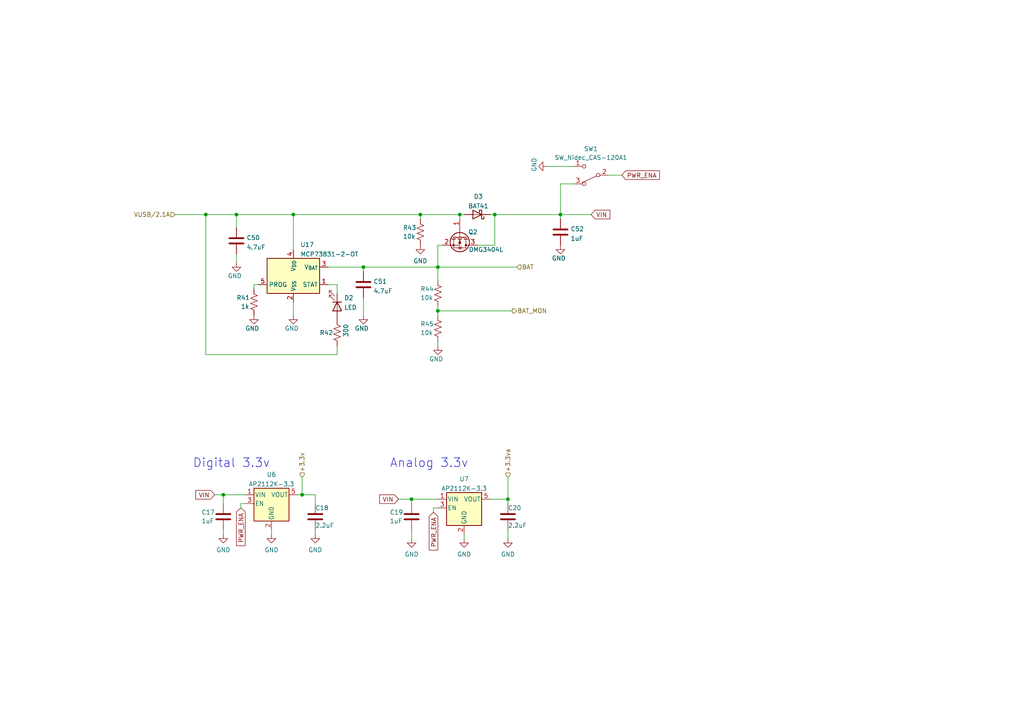
<source format=kicad_sch>
(kicad_sch (version 20231120) (generator "eeschema") (generator_version "8.0")
  (paper "A4")
  (title_block (title "Power supply") (date "2024-10-17") (rev "1") (company "MIREA/Rf-lab.org"))
  (lib_symbols
    (symbol "Battery_Management:MCP73831-2-OT"
      (property "Reference" "U" (at -7.62 6.35 0))
      (property "Value" "MCP73831-2-OT" (at 1.27 6.35 0))
      (symbol "MCP73831-2-OT_0_1"
        (rectangle (start -7.62 5.08) (end 7.62 -5.08) (stroke (width 0.254)) (fill (type background)))
      )
      (symbol "MCP73831-2-OT_1_1"
        (pin output line (at 10.16 -2.54 180) (length 2.54) (name "STAT") (number "1"))
        (pin power_in line (at 0 -7.62 90) (length 2.54) (name "V_{SS}") (number "2"))
        (pin power_out line (at 10.16 2.54 180) (length 2.54) (name "V_{BAT}") (number "3"))
        (pin power_in line (at 0 7.62 270) (length 2.54) (name "V_{DD}") (number "4"))
        (pin input line (at -10.16 -2.54 0) (length 2.54) (name "PROG") (number "5"))
      )
    )
    (symbol "Device:C" (pin_numbers hide) (pin_names (offset 0.254))
      (property "Reference" "C" (at 0.635 2.54 0))
      (property "Value" "C" (at 0.635 -2.54 0))
      (symbol "C_0_1"
        (polyline (pts (xy -2.032 -0.762) (xy 2.032 -0.762)) (stroke (width 0.508)))
        (polyline (pts (xy -2.032 0.762) (xy 2.032 0.762)) (stroke (width 0.508)))
      )
      (symbol "C_1_1"
        (pin passive line (at 0 3.81 270) (length 2.794) (name "~") (number "1"))
        (pin passive line (at 0 -3.81 90) (length 2.794) (name "~") (number "2"))
      )
    )
    (symbol "Device:LED" (pin_numbers hide) (pin_names (offset 1.016) hide)
      (property "Reference" "D" (at 0 2.54 0))
      (property "Value" "LED" (at 0 -2.54 0))
      (symbol "LED_0_1"
        (polyline (pts (xy -1.27 -1.27) (xy -1.27 1.27)) (stroke (width 0.254)))
        (polyline (pts (xy -1.27 0) (xy 1.27 0)))
        (polyline (pts (xy 1.27 -1.27) (xy 1.27 1.27) (xy -1.27 0) (xy 1.27 -1.27)) (stroke (width 0.254)))
        (polyline (pts (xy -3.048 -0.762) (xy -4.572 -2.286) (xy -3.81 -2.286) (xy -4.572 -2.286) (xy -4.572 -1.524)))
        (polyline (pts (xy -1.778 -0.762) (xy -3.302 -2.286) (xy -2.54 -2.286) (xy -3.302 -2.286) (xy -3.302 -1.524)))
      )
      (symbol "LED_1_1"
        (pin passive line (at -3.81 0 0) (length 2.54) (name "K") (number "1"))
        (pin passive line (at 3.81 0 180) (length 2.54) (name "A") (number "2"))
      )
    )
    (symbol "Device:R_US" (pin_numbers hide) (pin_names (offset 0))
      (property "Reference" "R" (at 2.54 0 90))
      (property "Value" "R_US" (at -2.54 0 90))
      (symbol "R_US_0_1"
        (polyline (pts (xy 0 -2.286) (xy 0 -2.54)))
        (polyline (pts (xy 0 2.286) (xy 0 2.54)))
        (polyline (pts (xy 0 -0.762) (xy 1.016 -1.143) (xy 0 -1.524) (xy -1.016 -1.905) (xy 0 -2.286)))
        (polyline (pts (xy 0 0.762) (xy 1.016 0.381) (xy 0 0) (xy -1.016 -0.381) (xy 0 -0.762)))
        (polyline (pts (xy 0 2.286) (xy 1.016 1.905) (xy 0 1.524) (xy -1.016 1.143) (xy 0 0.762)))
      )
      (symbol "R_US_1_1"
        (pin passive line (at 0 3.81 270) (length 1.27) (name "~") (number "1"))
        (pin passive line (at 0 -3.81 90) (length 1.27) (name "~") (number "2"))
      )
    )
    (symbol "Diode:BAT41" (pin_numbers hide) (pin_names (offset 1.016) hide)
      (property "Reference" "D" (at 0 2.54 0))
      (property "Value" "BAT41" (at 0 -2.54 0))
      (symbol "BAT41_0_1"
        (polyline (pts (xy 1.27 0) (xy -1.27 0)))
        (polyline (pts (xy 1.27 1.27) (xy 1.27 -1.27) (xy -1.27 0) (xy 1.27 1.27)) (stroke (width 0.254)))
        (polyline (pts (xy -1.905 0.635) (xy -1.905 1.27) (xy -1.27 1.27) (xy -1.27 -1.27) (xy -0.635 -1.27) (xy -0.635 -0.635)) (stroke (width 0.254)))
      )
      (symbol "BAT41_1_1"
        (pin passive line (at -3.81 0 0) (length 2.54) (name "K") (number "1"))
        (pin passive line (at 3.81 0 180) (length 2.54) (name "A") (number "2"))
      )
    )
    (symbol "Regulator_Linear:AP2112K-3.3" (pin_names (offset 0.254))
      (property "Reference" "U" (at -5.08 5.715 0))
      (property "Value" "AP2112K-3.3" (at 0 5.715 0))
      (symbol "AP2112K-3.3_0_1"
        (rectangle (start -5.08 4.445) (end 5.08 -5.08) (stroke (width 0.254)) (fill (type background)))
      )
      (symbol "AP2112K-3.3_1_1"
        (pin power_in line (at -7.62 2.54 0) (length 2.54) (name "VIN") (number "1"))
        (pin power_in line (at 0 -7.62 90) (length 2.54) (name "GND") (number "2"))
        (pin input line (at -7.62 0 0) (length 2.54) (name "EN") (number "3"))
        (pin no_connect line (at 5.08 0 180) (length 2.54) hide (name "NC") (number "4"))
        (pin power_out line (at 7.62 2.54 180) (length 2.54) (name "VOUT") (number "5"))
      )
    )
    (symbol "Switch:SW_Nidec_CAS-120A1" (pin_names (offset 1) hide)
      (property "Reference" "SW" (at 0 4.318 0))
      (property "Value" "SW_Nidec_CAS-120A1" (at 0 -5.08 0))
      (symbol "SW_Nidec_CAS-120A1_0_0"
        (circle (center -2.032 0) (radius 0.508))
        (circle (center 2.032 -2.54) (radius 0.508))
      )
      (symbol "SW_Nidec_CAS-120A1_0_1"
        (polyline (pts (xy -1.524 0.254) (xy 2.667 2.159)))
        (circle (center 2.032 2.54) (radius 0.508))
      )
      (symbol "SW_Nidec_CAS-120A1_1_1"
        (pin passive line (at 5.08 -2.54 180) (length 2.54) (name "C") (number "1"))
        (pin passive line (at -5.08 0 0) (length 2.54) (name "B") (number "2"))
        (pin passive line (at 5.08 2.54 180) (length 2.54) (name "A") (number "3"))
      )
    )
    (symbol "Transistor_FET:DMG3404L" (pin_names hide)
      (property "Reference" "Q" (at 5.08 1.905 0))
      (property "Value" "DMG3404L" (at 5.08 0 0))
      (symbol "DMG3404L_0_1"
        (polyline (pts (xy 0.254 0) (xy -2.54 0)))
        (polyline (pts (xy 0.254 1.905) (xy 0.254 -1.905)) (stroke (width 0.254)))
        (polyline (pts (xy 0.762 -1.27) (xy 0.762 -2.286)) (stroke (width 0.254)))
        (polyline (pts (xy 0.762 0.508) (xy 0.762 -0.508)) (stroke (width 0.254)))
        (polyline (pts (xy 0.762 2.286) (xy 0.762 1.27)) (stroke (width 0.254)))
        (polyline (pts (xy 2.54 2.54) (xy 2.54 1.778)))
        (polyline (pts (xy 2.54 -2.54) (xy 2.54 0) (xy 0.762 0)))
        (polyline (pts (xy 0.762 -1.778) (xy 3.302 -1.778) (xy 3.302 1.778) (xy 0.762 1.778)))
        (polyline (pts (xy 1.016 0) (xy 2.032 0.381) (xy 2.032 -0.381) (xy 1.016 0)) (fill (type outline)))
        (polyline (pts (xy 2.794 0.508) (xy 2.921 0.381) (xy 3.683 0.381) (xy 3.81 0.254)))
        (polyline (pts (xy 3.302 0.381) (xy 2.921 -0.254) (xy 3.683 -0.254) (xy 3.302 0.381)))
        (circle (center 1.651 0) (radius 2.794) (stroke (width 0.254)))
        (circle (center 2.54 -1.778) (radius 0.254) (fill (type outline)))
        (circle (center 2.54 1.778) (radius 0.254) (fill (type outline)))
      )
      (symbol "DMG3404L_1_1"
        (pin input line (at -5.08 0 0) (length 2.54) (name "G") (number "1"))
        (pin passive line (at 2.54 -5.08 90) (length 2.54) (name "S") (number "2"))
        (pin passive line (at 2.54 5.08 270) (length 2.54) (name "D") (number "3"))
      )
    )
    (symbol "power:GND" (power) (pin_names (offset 0))
      (property "Value" "GND" (at 0 -3.81 0))
      (symbol "GND_0_1"
        (polyline (pts (xy 0 0) (xy 0 -1.27) (xy 1.27 -1.27) (xy 0 -2.54) (xy -1.27 -1.27) (xy 0 -1.27)))
      )
      (symbol "GND_1_1"
        (pin power_in line (at 0 0 270) (length 0) hide (name "GND") (number "1"))
      )
    )
  )
  (junction (at 68.58 62.23))
  (junction (at 147.32 144.78))
  (junction (at 85.09 62.23))
  (junction (at 64.77 143.51))
  (junction (at 59.69 62.23))
  (junction (at 127 77.47))
  (junction (at 143.51 62.23))
  (junction (at 162.56 62.23))
  (junction (at 127 90.17))
  (junction (at 87.63 143.51))
  (junction (at 119.38 144.78))
  (junction (at 121.92 62.23))
  (junction (at 105.41 77.47))
  (junction (at 133.35 62.23))
  (wire (pts (xy 127 77.47) (xy 127 71.12)))
  (wire (pts (xy 162.56 62.23) (xy 171.45 62.23)))
  (wire (pts (xy 105.41 86.36) (xy 105.41 91.44)))
  (wire (pts (xy 125.73 148.59) (xy 125.73 147.32)))
  (wire (pts (xy 147.32 153.67) (xy 147.32 156.21)))
  (wire (pts (xy 166.37 53.34) (xy 162.56 53.34)))
  (wire (pts (xy 62.23 143.51) (xy 64.77 143.51)))
  (wire (pts (xy 127 90.17) (xy 127 91.44)))
  (wire (pts (xy 97.79 82.55) (xy 97.79 85.09)))
  (wire (pts (xy 59.69 62.23) (xy 68.58 62.23)))
  (wire (pts (xy 134.62 156.21) (xy 134.62 154.94)))
  (wire (pts (xy 68.58 62.23) (xy 85.09 62.23)))
  (wire (pts (xy 147.32 138.43) (xy 147.32 144.78)))
  (wire (pts (xy 68.58 66.04) (xy 68.58 62.23)))
  (wire (pts (xy 119.38 144.78) (xy 119.38 146.05)))
  (wire (pts (xy 85.09 62.23) (xy 85.09 72.39)))
  (wire (pts (xy 143.51 62.23) (xy 162.56 62.23)))
  (wire (pts (xy 133.35 63.5) (xy 133.35 62.23)))
  (wire (pts (xy 119.38 153.67) (xy 119.38 156.21)))
  (wire (pts (xy 87.63 138.43) (xy 87.63 143.51)))
  (wire (pts (xy 69.85 147.32) (xy 69.85 146.05)))
  (wire (pts (xy 119.38 144.78) (xy 127 144.78)))
  (wire (pts (xy 64.77 143.51) (xy 71.12 143.51)))
  (wire (pts (xy 64.77 143.51) (xy 64.77 146.05)))
  (wire (pts (xy 147.32 144.78) (xy 147.32 146.05)))
  (wire (pts (xy 69.85 146.05) (xy 71.12 146.05)))
  (wire (pts (xy 162.56 62.23) (xy 162.56 63.5)))
  (wire (pts (xy 91.44 153.67) (xy 91.44 154.94)))
  (wire (pts (xy 105.41 78.74) (xy 105.41 77.47)))
  (wire (pts (xy 105.41 77.47) (xy 127 77.47)))
  (wire (pts (xy 97.79 102.87) (xy 59.69 102.87)))
  (wire (pts (xy 127 77.47) (xy 149.86 77.47)))
  (wire (pts (xy 143.51 62.23) (xy 143.51 71.12)))
  (wire (pts (xy 74.93 82.55) (xy 73.66 82.55)))
  (wire (pts (xy 147.32 144.78) (xy 142.24 144.78)))
  (wire (pts (xy 97.79 100.33) (xy 97.79 102.87)))
  (wire (pts (xy 73.66 82.55) (xy 73.66 83.82)))
  (wire (pts (xy 128.27 71.12) (xy 127 71.12)))
  (wire (pts (xy 127 100.33) (xy 127 99.06)))
  (wire (pts (xy 176.53 50.8) (xy 180.34 50.8)))
  (wire (pts (xy 125.73 147.32) (xy 127 147.32)))
  (wire (pts (xy 121.92 62.23) (xy 133.35 62.23)))
  (wire (pts (xy 91.44 146.05) (xy 91.44 143.51)))
  (wire (pts (xy 50.8 62.23) (xy 59.69 62.23)))
  (wire (pts (xy 64.77 153.67) (xy 64.77 154.94)))
  (wire (pts (xy 142.24 62.23) (xy 143.51 62.23)))
  (wire (pts (xy 143.51 71.12) (xy 138.43 71.12)))
  (wire (pts (xy 68.58 73.66) (xy 68.58 76.2)))
  (wire (pts (xy 86.36 143.51) (xy 87.63 143.51)))
  (wire (pts (xy 158.75 48.26) (xy 166.37 48.26)))
  (wire (pts (xy 91.44 143.51) (xy 87.63 143.51)))
  (wire (pts (xy 127 81.28) (xy 127 77.47)))
  (wire (pts (xy 162.56 53.34) (xy 162.56 62.23)))
  (wire (pts (xy 59.69 102.87) (xy 59.69 62.23)))
  (wire (pts (xy 121.92 63.5) (xy 121.92 62.23)))
  (wire (pts (xy 115.57 144.78) (xy 119.38 144.78)))
  (wire (pts (xy 85.09 62.23) (xy 121.92 62.23)))
  (wire (pts (xy 133.35 62.23) (xy 134.62 62.23)))
  (wire (pts (xy 95.25 82.55) (xy 97.79 82.55)))
  (wire (pts (xy 127 88.9) (xy 127 90.17)))
  (wire (pts (xy 85.09 87.63) (xy 85.09 91.44)))
  (wire (pts (xy 95.25 77.47) (xy 105.41 77.47)))
  (wire (pts (xy 78.74 154.94) (xy 78.74 153.67)))
  (wire (pts (xy 148.59 90.17) (xy 127 90.17)))
  (text "Analog 3.3v" (at 113.03 135.89 0) (effects (font (size 2.54 2.54)) (justify left bottom)))
  (text "Digital 3.3v" (at 55.88 135.89 0) (effects (font (size 2.54 2.54)) (justify left bottom)))
  (global_label "VIN" (shape input) (at 171.45 62.23 0) (property "Intersheetrefs" "${INTERSHEET_REFS}" (effects (hide yes))))
  (global_label "VIN" (shape input) (at 62.23 143.51 180) (property "Intersheetrefs" "${INTERSHEET_REFS}" (effects (hide yes))))
  (global_label "PWR_ENA" (shape input) (at 125.73 148.59 270) (property "Intersheetrefs" "${INTERSHEET_REFS}" (effects (hide yes))))
  (global_label "PWR_ENA" (shape input) (at 180.34 50.8 0) (property "Intersheetrefs" "${INTERSHEET_REFS}" (effects (hide yes))))
  (global_label "PWR_ENA" (shape input) (at 69.85 147.32 270) (property "Intersheetrefs" "${INTERSHEET_REFS}" (effects (hide yes))))
  (global_label "VIN" (shape input) (at 115.57 144.78 180) (property "Intersheetrefs" "${INTERSHEET_REFS}" (effects (hide yes))))
  (hierarchical_label "+3.3va" (shape input) (at 147.32 138.43 90))
  (hierarchical_label "BAT" (shape input) (at 149.86 77.47 0))
  (hierarchical_label "BAT_MON" (shape output) (at 148.59 90.17 0))
  (hierarchical_label "VUSB{slash}2.1A" (shape input) (at 50.8 62.23 180))
  (hierarchical_label "+3.3v" (shape input) (at 87.63 138.43 90))
  (symbol (lib_id "Device:R_US") (at 127 85.09 180) (unit 1)
    (property "Reference" "R44" (at 121.92 83.82 0) (effects (justify right)))
    (property "Value" "10k" (at 121.92 86.36 0) (effects (justify right)))
    (property "Footprint" "Resistor_SMD:R_0805_2012Metric_Pad1.20x1.40mm_HandSolder" (effects (hide yes)))
  )
  (symbol (lib_id "Regulator_Linear:AP2112K-3.3") (at 134.62 147.32 0) (unit 1)
    (property "Reference" "U7" (at 134.62 138.9085 0))
    (property "Value" "AP2112K-3.3" (at 134.62 141.6836 0))
    (property "Footprint" "Package_TO_SOT_SMD:SOT-23-5" (effects (hide yes)))
    (property "Datasheet" "https://www.diodes.com/assets/Datasheets/AP2112.pdf" (effects (hide yes)))
    (instances (project "myocell2" (path "" (reference "U7") (unit 1))) (project "myocell2" (path "" (reference "U7") (unit 1))) (project "ADS1292EMG2x" (path "" (reference "U9") (unit 1))))
  )
  (symbol (lib_id "power:GND") (at 73.66 91.44 0) (unit 1)
    (property "Reference" "#PWR089" (effects (hide yes)))
    (property "Value" "GND" (at 71.12 95.25 0) (effects (justify left)))
  )
  (symbol (lib_id "Device:C") (at 105.41 82.55 0) (unit 1)
    (property "Reference" "C51" (at 108.331 81.6415 0) (effects (justify left)))
    (property "Value" "4.7uF" (at 108.331 84.4166 0) (effects (justify left)))
    (property "Footprint" "Capacitor_SMD:C_0805_2012Metric_Pad1.18x1.45mm_HandSolder" (effects (hide yes)))
  )
  (symbol (lib_id "power:GND") (at 162.56 71.12 0) (unit 1)
    (property "Reference" "#PWR096" (effects (hide yes)))
    (property "Value" "GND" (at 160.02 74.93 0) (effects (justify left)))
  )
  (symbol (lib_id "power:GND") (at 78.74 154.94 0) (unit 1)
    (property "Reference" "#PWR033" (effects (hide yes)))
    (property "Value" "GND" (at 78.74 159.5025 0))
    (instances (project "myocell2" (path "" (reference "#PWR033") (unit 1))) (project "myocell2" (path "" (reference "#PWR033") (unit 1))) (project "ADS1292EMG2x" (path "" (reference "#PWR071") (unit 1))))
  )
  (symbol (lib_id "Device:R_US") (at 127 95.25 180) (unit 1)
    (property "Reference" "R45" (at 121.92 93.98 0) (effects (justify right)))
    (property "Value" "10k" (at 121.92 96.52 0) (effects (justify right)))
    (property "Footprint" "Resistor_SMD:R_0805_2012Metric_Pad1.20x1.40mm_HandSolder" (effects (hide yes)))
  )
  (symbol (lib_id "power:GND") (at 64.77 154.94 0) (unit 1)
    (property "Reference" "#PWR032" (effects (hide yes)))
    (property "Value" "GND" (at 64.77 159.5025 0))
    (instances (project "myocell2" (path "" (reference "#PWR032") (unit 1))) (project "myocell2" (path "" (reference "#PWR032") (unit 1))) (project "ADS1292EMG2x" (path "" (reference "#PWR067") (unit 1))))
  )
  (symbol (lib_id "power:GND") (at 85.09 91.44 0) (unit 1)
    (property "Reference" "#PWR090" (effects (hide yes)))
    (property "Value" "GND" (at 82.55 95.25 0) (effects (justify left)))
  )
  (symbol (lib_id "Switch:SW_Nidec_CAS-120A1") (at 171.45 50.8 180) (unit 1)
    (property "Reference" "SW1" (at 171.3865 43.18 0))
    (property "Value" "SW_Nidec_CAS-120A1" (at 171.3865 45.72 0))
    (property "Footprint" "Button_Switch_SMD:Nidec_Copal_CAS-120A" (effects (hide yes)))
    (property "Datasheet" "https://www.nidec-components.com/e/catalog/switch/cas.pdf" (effects (hide yes)))
  )
  (symbol (lib_id "power:GND") (at 91.44 154.94 0) (unit 1)
    (property "Reference" "#PWR035" (effects (hide yes)))
    (property "Value" "GND" (at 91.44 159.5025 0))
    (instances (project "myocell2" (path "" (reference "#PWR035") (unit 1))) (project "myocell2" (path "" (reference "#PWR035") (unit 1))) (project "ADS1292EMG2x" (path "" (reference "#PWR077") (unit 1))))
  )
  (symbol (lib_id "Device:R_US") (at 121.92 67.31 180) (unit 1)
    (property "Reference" "R43" (at 116.84 66.04 0) (effects (justify right)))
    (property "Value" "10k" (at 116.84 68.58 0) (effects (justify right)))
    (property "Footprint" "Resistor_SMD:R_0805_2012Metric_Pad1.20x1.40mm_HandSolder" (effects (hide yes)))
  )
  (symbol (lib_id "Transistor_FET:DMG3404L") (at 133.35 68.58 270) (unit 1)
    (property "Reference" "Q2" (at 137.16 67.31 90))
    (property "Value" "DMG3404L" (at 140.97 72.39 90))
    (property "Footprint" "Package_TO_SOT_SMD:SOT-23" (effects (hide yes)))
    (property "Datasheet" "http://www.diodes.com/assets/Datasheets/DMG3404L.pdf" (effects (hide yes)))
  )
  (symbol (lib_id "power:GND") (at 121.92 71.12 0) (unit 1)
    (property "Reference" "#PWR092" (effects (hide yes)))
    (property "Value" "GND" (at 121.92 75.6825 0))
  )
  (symbol (lib_id "power:GND") (at 119.38 156.21 0) (unit 1)
    (property "Reference" "#PWR036" (effects (hide yes)))
    (property "Value" "GND" (at 119.38 160.7725 0))
    (instances (project "myocell2" (path "" (reference "#PWR036") (unit 1))) (project "myocell2" (path "" (reference "#PWR036") (unit 1))) (project "ADS1292EMG2x" (path "" (reference "#PWR066") (unit 1))))
  )
  (symbol (lib_id "Regulator_Linear:AP2112K-3.3") (at 78.74 146.05 0) (unit 1)
    (property "Reference" "U6" (at 78.74 137.6385 0))
    (property "Value" "AP2112K-3.3" (at 78.74 140.4136 0))
    (property "Footprint" "Package_TO_SOT_SMD:SOT-23-5" (effects (hide yes)))
    (property "Datasheet" "https://www.diodes.com/assets/Datasheets/AP2112.pdf" (effects (hide yes)))
    (instances (project "myocell2" (path "" (reference "U6") (unit 1))) (project "myocell2" (path "" (reference "U6") (unit 1))) (project "ADS1292EMG2x" (path "" (reference "U10") (unit 1))))
  )
  (symbol (lib_id "Device:C") (at 147.32 149.86 180) (unit 1)
    (property "Reference" "C20" (at 147.32 147.32 0) (effects (justify right)))
    (property "Value" "2.2uF" (at 147.32 152.4 0) (effects (justify right)))
    (property "Footprint" "Capacitor_SMD:C_0805_2012Metric_Pad1.18x1.45mm_HandSolder" (effects (hide yes)))
    (instances (project "myocell2" (path "" (reference "C20") (unit 1))) (project "myocell2" (path "" (reference "C20") (unit 1))) (project "ADS1292EMG2x" (path "" (reference "C38") (unit 1))))
  )
  (symbol (lib_id "power:GND") (at 127 100.33 0) (unit 1)
    (property "Reference" "#PWR093" (effects (hide yes)))
    (property "Value" "GND" (at 124.46 104.14 0) (effects (justify left)))
  )
  (symbol (lib_id "power:GND") (at 68.58 76.2 0) (unit 1)
    (property "Reference" "#PWR088" (effects (hide yes)))
    (property "Value" "GND" (at 66.04 80.01 0) (effects (justify left)))
  )
  (symbol (lib_id "Device:C") (at 162.56 67.31 180) (unit 1)
    (property "Reference" "C52" (at 165.481 66.4015 0) (effects (justify right)))
    (property "Value" "1uF" (at 165.481 69.1766 0) (effects (justify right)))
    (property "Footprint" "Capacitor_SMD:C_0805_2012Metric_Pad1.18x1.45mm_HandSolder" (effects (hide yes)))
  )
  (symbol (lib_id "power:GND") (at 134.62 156.21 0) (unit 1)
    (property "Reference" "#PWR037" (effects (hide yes)))
    (property "Value" "GND" (at 134.62 160.7725 0))
    (instances (project "myocell2" (path "" (reference "#PWR037") (unit 1))) (project "myocell2" (path "" (reference "#PWR037") (unit 1))) (project "ADS1292EMG2x" (path "" (reference "#PWR070") (unit 1))))
  )
  (symbol (lib_id "power:GND") (at 158.75 48.26 270) (unit 1)
    (property "Reference" "#PWR095" (effects (hide yes)))
    (property "Value" "GND" (at 154.94 45.72 0) (effects (justify left)))
  )
  (symbol (lib_id "Device:LED") (at 97.79 88.9 270) (unit 1)
    (property "Reference" "D2" (at 99.822 86.404 90) (effects (justify left)))
    (property "Value" "LED" (at 99.822 89.1791 90) (effects (justify left)))
    (property "Footprint" "LED_SMD:LED_0805_2012Metric_Pad1.15x1.40mm_HandSolder" (effects (hide yes)))
  )
  (symbol (lib_id "Device:C") (at 68.58 69.85 180) (unit 1)
    (property "Reference" "C50" (at 71.501 68.9415 0) (effects (justify right)))
    (property "Value" "4.7uF" (at 71.501 71.7166 0) (effects (justify right)))
    (property "Footprint" "Capacitor_SMD:C_0805_2012Metric_Pad1.18x1.45mm_HandSolder" (effects (hide yes)))
  )
  (symbol (lib_id "Device:R_US") (at 73.66 87.63 180) (unit 1)
    (property "Reference" "R41" (at 68.58 86.36 0) (effects (justify right)))
    (property "Value" "1k" (at 69.85 88.9 0) (effects (justify right)))
    (property "Footprint" "Resistor_SMD:R_0805_2012Metric_Pad1.20x1.40mm_HandSolder" (effects (hide yes)))
  )
  (symbol (lib_id "Device:C") (at 64.77 149.86 180) (unit 1)
    (property "Reference" "C17" (at 58.42 148.59 0) (effects (justify right)))
    (property "Value" "1uF" (at 58.42 151.13 0) (effects (justify right)))
    (property "Footprint" "Capacitor_SMD:C_0805_2012Metric_Pad1.18x1.45mm_HandSolder" (effects (hide yes)))
    (instances (project "myocell2" (path "" (reference "C17") (unit 1))) (project "myocell2" (path "" (reference "C17") (unit 1))) (project "ADS1292EMG2x" (path "" (reference "C35") (unit 1))))
  )
  (symbol (lib_id "power:GND") (at 105.41 91.44 0) (unit 1)
    (property "Reference" "#PWR091" (effects (hide yes)))
    (property "Value" "GND" (at 102.87 95.25 0) (effects (justify left)))
  )
  (symbol (lib_id "power:GND") (at 147.32 156.21 0) (unit 1)
    (property "Reference" "#PWR039" (effects (hide yes)))
    (property "Value" "GND" (at 147.32 160.7725 0))
    (instances (project "myocell2" (path "" (reference "#PWR039") (unit 1))) (project "myocell2" (path "" (reference "#PWR039") (unit 1))) (project "ADS1292EMG2x" (path "" (reference "#PWR076") (unit 1))))
  )
  (symbol (lib_id "Battery_Management:MCP73831-2-OT") (at 85.09 80.01 0) (unit 1)
    (property "Reference" "U17" (at 87.1094 70.9635 0) (effects (justify left)))
    (property "Value" "MCP73831-2-OT" (at 87.1094 73.7386 0) (effects (justify left)))
    (property "Footprint" "Package_TO_SOT_SMD:SOT-23-5" (effects (hide yes)))
    (property "Datasheet" "http://ww1.microchip.com/downloads/en/DeviceDoc/20001984g.pdf" (effects (hide yes)))
    (instances (project "myocell2" (path "" (reference "U17") (unit 1))) (project "myocell2" (path "" (reference "U17") (unit 1))) (project "ADS1292EMG2x" (path "" (reference "U18") (unit 1))))
  )
  (symbol (lib_id "Device:R_US") (at 97.79 96.52 180) (unit 1)
    (property "Reference" "R42" (at 92.71 96.52 0) (effects (justify right)))
    (property "Value" "300" (at 100.33 97.79 90) (effects (justify right)))
    (property "Footprint" "Resistor_SMD:R_0805_2012Metric_Pad1.20x1.40mm_HandSolder" (effects (hide yes)))
  )
  (symbol (lib_id "Diode:BAT41") (at 138.43 62.23 180) (unit 1)
    (property "Reference" "D3" (at 138.7475 56.9935 0))
    (property "Value" "BAT41" (at 138.7475 59.7686 0))
    (property "Footprint" "Diode_THT:D_DO-35_SOD27_P7.62mm_Horizontal" (effects (hide yes)))
    (property "Datasheet" "http://www.vishay.com/docs/85659/bat41.pdf" (effects (hide yes)))
  )
  (symbol (lib_id "Device:C") (at 91.44 149.86 180) (unit 1)
    (property "Reference" "C18" (at 91.44 147.32 0) (effects (justify right)))
    (property "Value" "2.2uF" (at 91.44 152.4 0) (effects (justify right)))
    (property "Footprint" "Capacitor_SMD:C_0805_2012Metric_Pad1.18x1.45mm_HandSolder" (effects (hide yes)))
    (instances (project "myocell2" (path "" (reference "C18") (unit 1))) (project "myocell2" (path "" (reference "C18") (unit 1))) (project "ADS1292EMG2x" (path "" (reference "C39") (unit 1))))
  )
  (symbol (lib_id "Device:C") (at 119.38 149.86 180) (unit 1)
    (property "Reference" "C19" (at 113.03 148.59 0) (effects (justify right)))
    (property "Value" "1uF" (at 113.03 151.13 0) (effects (justify right)))
    (property "Footprint" "Capacitor_SMD:C_0805_2012Metric_Pad1.18x1.45mm_HandSolder" (effects (hide yes)))
    (instances (project "myocell2" (path "" (reference "C19") (unit 1))) (project "myocell2" (path "" (reference "C19") (unit 1))) (project "ADS1292EMG2x" (path "" (reference "C34") (unit 1))))
  )
)
</source>
